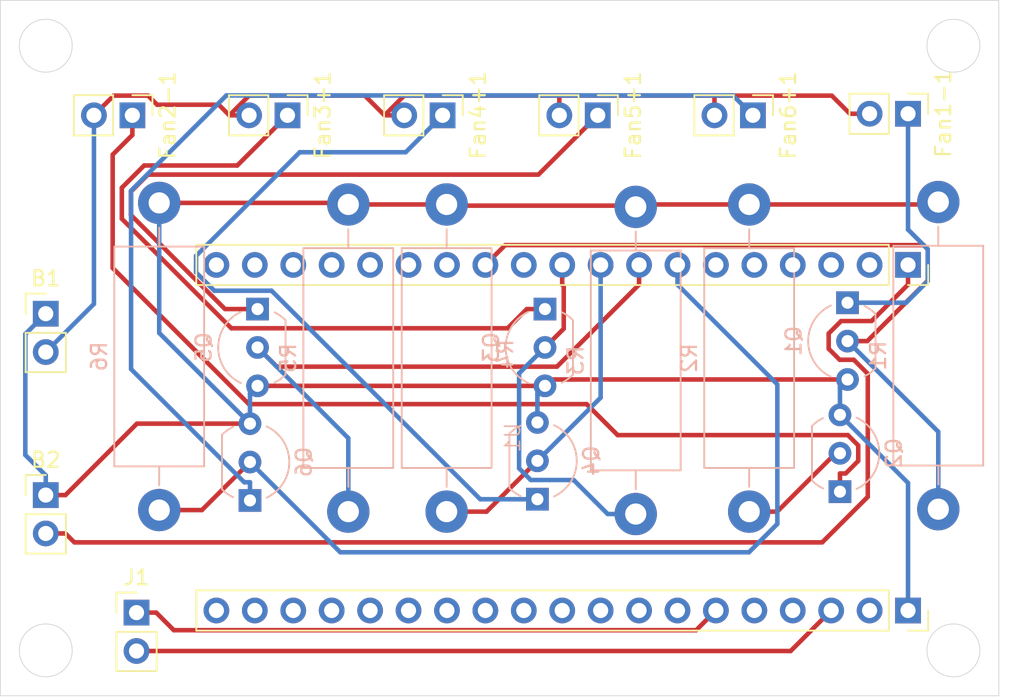
<source format=kicad_pcb>
(kicad_pcb (version 20241229) (generator "pcbnew") (generator_version "9.0")
  (layers (0 "F.Cu" signal) (2 "B.Cu" signal) (13 "F.Paste" user) (15 "B.Paste" user) (5 "F.SilkS" user "F.Silkscreen") (7 "B.SilkS" user "B.Silkscreen") (1 "F.Mask" user) (3 "B.Mask" user) (25 "Edge.Cuts" user))
  (net 0 "")
  (net 1 "+15V")
  (net 2 "GND")
  (net 3 "Fan1")
  (net 4 "Fan2")
  (net 5 "Fan3")
  (net 6 "Fan4")
  (net 7 "Fan5")
  (net 8 "Fan6")
  (net 9 "Net-(Fan1-1-Pin_1)")
  (net 10 "Net-(Fan2-1-Pin_1)")
  (net 11 "Net-(Fan3+1-Pin_1)")
  (net 12 "Net-(Fan4+1-Pin_1)")
  (net 13 "Net-(Fan5+1-Pin_1)")
  (net 14 "Net-(Fan6+1-Pin_1)")
  (net 15 "+3.3V")
  (net 16 "Net-(J1-Pin_2)")
  (net 17 "Net-(J1-Pin_1)")
  (footprint "Connector_PinHeader_2.54mm:PinHeader_1x02_P2.54mm_Vertical" (layer "F.Cu") (at 164 67.225)
    (property "Reference" "B1" (at 0 -2.33 0) (layer "F.SilkS"))
    (property "Value" "4S")
    (fp_line (start -1.33 -1.33) (end 0 -1.33) (stroke (width 0.12)) (layer "F.SilkS"))
    (fp_line (start -1.33 0) (end -1.33 -1.33) (stroke (width 0.12)) (layer "F.SilkS"))
    (fp_line (start -1.33 1.27) (end -1.33 3.87) (stroke (width 0.12)) (layer "F.SilkS"))
    (fp_line (start -1.33 1.27) (end 1.33 1.27) (stroke (width 0.12)) (layer "F.SilkS"))
    (fp_line (start -1.33 3.87) (end 1.33 3.87) (stroke (width 0.12)) (layer "F.SilkS"))
    (fp_line (start 1.33 1.27) (end 1.33 3.87) (stroke (width 0.12)) (layer "F.SilkS"))
    (pad "1" thru_hole rect (at 0 0) (size 1.7 1.7) (drill 1) (layers "*.Cu" "*.Mask") (net 2 "GND"))
    (pad "2" thru_hole oval (at 0 2.54) (size 1.7 1.7) (drill 1) (layers "*.Cu" "*.Mask") (net 1 "+15V"))
  )
  (footprint "custom:ESP32" (layer "F.Cu") (at 221 75.43 -90)
    (property "Reference" "U1" (at 0 26.14 90) (layer "B.SilkS") (effects (font (thickness 0.1)) (justify mirror)))
    (property "Value" "ESP32")
    (fp_line (start -12.76 47.05) (end -10.1 47.05) (stroke (width 0.12)) (layer "F.SilkS"))
    (fp_line (start 10.1 47.05) (end 12.76 47.05) (stroke (width 0.12)) (layer "F.SilkS"))
    (fp_line (start -12.76 1.27) (end -12.76 47.05) (stroke (width 0.12)) (layer "F.SilkS"))
    (fp_line (start -12.76 1.27) (end -10.1 1.27) (stroke (width 0.12)) (layer "F.SilkS"))
    (fp_line (start -10.1 1.27) (end -10.1 47.05) (stroke (width 0.12)) (layer "F.SilkS"))
    (fp_line (start 10.1 1.27) (end 10.1 47.05) (stroke (width 0.12)) (layer "F.SilkS"))
    (fp_line (start 10.1 1.27) (end 12.76 1.27) (stroke (width 0.12)) (layer "F.SilkS"))
    (fp_line (start 12.76 1.27) (end 12.76 47.05) (stroke (width 0.12)) (layer "F.SilkS"))
    (fp_line (start -11.43 -1.33) (end -10.1 -1.33) (stroke (width 0.12)) (layer "F.SilkS"))
    (fp_line (start -10.1 -1.33) (end -10.1 0) (stroke (width 0.12)) (layer "F.SilkS"))
    (fp_line (start 11.43 -1.33) (end 12.76 -1.33) (stroke (width 0.12)) (layer "F.SilkS"))
    (fp_line (start 12.76 -1.33) (end 12.76 0) (stroke (width 0.12)) (layer "F.SilkS"))
    (pad "1" thru_hole rect (at -11.43 0 270) (size 1.7 1.7) (drill 1) (layers "*.Cu" "*.Mask") (net 15 "+3.3V"))
    (pad "2" thru_hole oval (at -11.43 2.54 270) (size 1.7 1.7) (drill 1) (layers "*.Cu" "*.Mask"))
    (pad "3" thru_hole oval (at -11.43 5.08 270) (size 1.7 1.7) (drill 1) (layers "*.Cu" "*.Mask"))
    (pad "4" thru_hole oval (at -11.43 7.62 270) (size 1.7 1.7) (drill 1) (layers "*.Cu" "*.Mask"))
    (pad "5" thru_hole oval (at -11.43 10.16 270) (size 1.7 1.7) (drill 1) (layers "*.Cu" "*.Mask"))
    (pad "6" thru_hole oval (at -11.43 12.7 270) (size 1.7 1.7) (drill 1) (layers "*.Cu" "*.Mask"))
    (pad "7" thru_hole oval (at -11.43 15.24 270) (size 1.7 1.7) (drill 1) (layers "*.Cu" "*.Mask") (net 8 "Fan6"))
    (pad "8" thru_hole oval (at -11.43 17.78 270) (size 1.7 1.7) (drill 1) (layers "*.Cu" "*.Mask") (net 7 "Fan5"))
    (pad "9" thru_hole oval (at -11.43 20.32 270) (size 1.7 1.7) (drill 1) (layers "*.Cu" "*.Mask") (net 6 "Fan4"))
    (pad "10" thru_hole oval (at -11.43 22.86 270) (size 1.7 1.7) (drill 1) (layers "*.Cu" "*.Mask") (net 5 "Fan3"))
    (pad "11" thru_hole oval (at -11.43 25.4 270) (size 1.7 1.7) (drill 1) (layers "*.Cu" "*.Mask") (net 4 "Fan2"))
    (pad "12" thru_hole oval (at -11.43 27.94 270) (size 1.7 1.7) (drill 1) (layers "*.Cu" "*.Mask") (net 3 "Fan1"))
    (pad "13" thru_hole oval (at -11.43 30.48 270) (size 1.7 1.7) (drill 1) (layers "*.Cu" "*.Mask"))
    (pad "14" thru_hole oval (at -11.43 33.02 270) (size 1.7 1.7) (drill 1) (layers "*.Cu" "*.Mask"))
    (pad "15" thru_hole oval (at -11.43 35.56 270) (size 1.7 1.7) (drill 1) (layers "*.Cu" "*.Mask"))
    (pad "16" thru_hole oval (at -11.43 38.1 270) (size 1.7 1.7) (drill 1) (layers "*.Cu" "*.Mask"))
    (pad "17" thru_hole oval (at -11.43 40.64 270) (size 1.7 1.7) (drill 1) (layers "*.Cu" "*.Mask"))
    (pad "18" thru_hole oval (at -11.43 43.18 270) (size 1.7 1.7) (drill 1) (layers "*.Cu" "*.Mask"))
    (pad "19" thru_hole oval (at -11.43 45.72 270) (size 1.7 1.7) (drill 1) (layers "*.Cu" "*.Mask"))
    (pad "20" thru_hole rect (at 11.43 0 270) (size 1.7 1.7) (drill 1) (layers "*.Cu" "*.Mask") (net 2 "GND"))
    (pad "21" thru_hole oval (at 11.43 2.54 270) (size 1.7 1.7) (drill 1) (layers "*.Cu" "*.Mask"))
    (pad "22" thru_hole oval (at 11.43 5.08 270) (size 1.7 1.7) (drill 1) (layers "*.Cu" "*.Mask") (net 16 "Net-(J1-Pin_2)"))
    (pad "23" thru_hole oval (at 11.43 7.62 270) (size 1.7 1.7) (drill 1) (layers "*.Cu" "*.Mask"))
    (pad "24" thru_hole oval (at 11.43 10.16 270) (size 1.7 1.7) (drill 1) (layers "*.Cu" "*.Mask"))
    (pad "25" thru_hole oval (at 11.43 12.7 270) (size 1.7 1.7) (drill 1) (layers "*.Cu" "*.Mask") (net 17 "Net-(J1-Pin_1)"))
    (pad "26" thru_hole oval (at 11.43 15.24 270) (size 1.7 1.7) (drill 1) (layers "*.Cu" "*.Mask"))
    (pad "27" thru_hole oval (at 11.43 17.78 270) (size 1.7 1.7) (drill 1) (layers "*.Cu" "*.Mask"))
    (pad "28" thru_hole oval (at 11.43 20.32 270) (size 1.7 1.7) (drill 1) (layers "*.Cu" "*.Mask"))
    (pad "29" thru_hole oval (at 11.43 22.86 270) (size 1.7 1.7) (drill 1) (layers "*.Cu" "*.Mask"))
    (pad "30" thru_hole oval (at 11.43 25.4 270) (size 1.7 1.7) (drill 1) (layers "*.Cu" "*.Mask"))
    (pad "31" thru_hole oval (at 11.43 27.94 270) (size 1.7 1.7) (drill 1) (layers "*.Cu" "*.Mask"))
    (pad "32" thru_hole oval (at 11.43 30.48 270) (size 1.7 1.7) (drill 1) (layers "*.Cu" "*.Mask"))
    (pad "33" thru_hole oval (at 11.43 33.02 270) (size 1.7 1.7) (drill 1) (layers "*.Cu" "*.Mask"))
    (pad "34" thru_hole oval (at 11.43 35.56 270) (size 1.7 1.7) (drill 1) (layers "*.Cu" "*.Mask"))
    (pad "35" thru_hole oval (at 11.43 38.1 270) (size 1.7 1.7) (drill 1) (layers "*.Cu" "*.Mask"))
    (pad "36" thru_hole oval (at 11.43 40.64 270) (size 1.7 1.7) (drill 1) (layers "*.Cu" "*.Mask"))
    (pad "37" thru_hole oval (at 11.43 43.18 270) (size 1.7 1.7) (drill 1) (layers "*.Cu" "*.Mask"))
    (pad "38" thru_hole oval (at 11.43 45.72 270) (size 1.7 1.7) (drill 1) (layers "*.Cu" "*.Mask"))
  )
  (footprint "Connector_PinHeader_2.54mm:PinHeader_1x02_P2.54mm_Vertical" (layer "F.Cu") (at 200.49 54.1033 -90)
    (property "Reference" "Fan5+1" (at 0 -2.33 90) (layer "F.SilkS"))
    (property "Value" "Fan5-")
    (fp_line (start -1.33 3.87) (end 1.33 3.87) (stroke (width 0.12)) (layer "F.SilkS"))
    (fp_line (start -1.33 1.27) (end -1.33 3.87) (stroke (width 0.12)) (layer "F.SilkS"))
    (fp_line (start -1.33 1.27) (end 1.33 1.27) (stroke (width 0.12)) (layer "F.SilkS"))
    (fp_line (start 1.33 1.27) (end 1.33 3.87) (stroke (width 0.12)) (layer "F.SilkS"))
    (fp_line (start -1.33 0) (end -1.33 -1.33) (stroke (width 0.12)) (layer "F.SilkS"))
    (fp_line (start -1.33 -1.33) (end 0 -1.33) (stroke (width 0.12)) (layer "F.SilkS"))
    (pad "1" thru_hole rect (at 0 0 270) (size 1.7 1.7) (drill 1) (layers "*.Cu" "*.Mask") (net 13 "Net-(Fan5+1-Pin_1)"))
    (pad "2" thru_hole oval (at 0 2.54 270) (size 1.7 1.7) (drill 1) (layers "*.Cu" "*.Mask") (net 1 "+15V"))
  )
  (footprint "Connector_PinHeader_2.54mm:PinHeader_1x02_P2.54mm_Vertical" (layer "F.Cu") (at 190.235 54.1033 -90)
    (property "Reference" "Fan4+1" (at 0 -2.33 90) (layer "F.SilkS"))
    (property "Value" "Fan4-")
    (fp_line (start -1.33 3.87) (end 1.33 3.87) (stroke (width 0.12)) (layer "F.SilkS"))
    (fp_line (start -1.33 1.27) (end -1.33 3.87) (stroke (width 0.12)) (layer "F.SilkS"))
    (fp_line (start -1.33 1.27) (end 1.33 1.27) (stroke (width 0.12)) (layer "F.SilkS"))
    (fp_line (start 1.33 1.27) (end 1.33 3.87) (stroke (width 0.12)) (layer "F.SilkS"))
    (fp_line (start -1.33 0) (end -1.33 -1.33) (stroke (width 0.12)) (layer "F.SilkS"))
    (fp_line (start -1.33 -1.33) (end 0 -1.33) (stroke (width 0.12)) (layer "F.SilkS"))
    (pad "1" thru_hole rect (at 0 0 270) (size 1.7 1.7) (drill 1) (layers "*.Cu" "*.Mask") (net 12 "Net-(Fan4+1-Pin_1)"))
    (pad "2" thru_hole oval (at 0 2.54 270) (size 1.7 1.7) (drill 1) (layers "*.Cu" "*.Mask") (net 1 "+15V"))
  )
  (footprint "Connector_PinHeader_2.54mm:PinHeader_1x02_P2.54mm_Vertical" (layer "F.Cu") (at 179.98 54.1033 -90)
    (property "Reference" "Fan3+1" (at 0 -2.33 90) (layer "F.SilkS"))
    (property "Value" "Fan3-")
    (fp_line (start -1.33 3.87) (end 1.33 3.87) (stroke (width 0.12)) (layer "F.SilkS"))
    (fp_line (start -1.33 1.27) (end -1.33 3.87) (stroke (width 0.12)) (layer "F.SilkS"))
    (fp_line (start -1.33 1.27) (end 1.33 1.27) (stroke (width 0.12)) (layer "F.SilkS"))
    (fp_line (start 1.33 1.27) (end 1.33 3.87) (stroke (width 0.12)) (layer "F.SilkS"))
    (fp_line (start -1.33 0) (end -1.33 -1.33) (stroke (width 0.12)) (layer "F.SilkS"))
    (fp_line (start -1.33 -1.33) (end 0 -1.33) (stroke (width 0.12)) (layer "F.SilkS"))
    (pad "1" thru_hole rect (at 0 0 270) (size 1.7 1.7) (drill 1) (layers "*.Cu" "*.Mask") (net 11 "Net-(Fan3+1-Pin_1)"))
    (pad "2" thru_hole oval (at 0 2.54 270) (size 1.7 1.7) (drill 1) (layers "*.Cu" "*.Mask") (net 1 "+15V"))
  )
  (footprint "Connector_PinHeader_2.54mm:PinHeader_1x02_P2.54mm_Vertical" (layer "F.Cu") (at 169.725 54.1033 -90)
    (property "Reference" "Fan2-1" (at 0 -2.33 90) (layer "F.SilkS"))
    (property "Value" "Fan2+")
    (fp_line (start -1.33 3.87) (end 1.33 3.87) (stroke (width 0.12)) (layer "F.SilkS"))
    (fp_line (start -1.33 1.27) (end -1.33 3.87) (stroke (width 0.12)) (layer "F.SilkS"))
    (fp_line (start -1.33 1.27) (end 1.33 1.27) (stroke (width 0.12)) (layer "F.SilkS"))
    (fp_line (start 1.33 1.27) (end 1.33 3.87) (stroke (width 0.12)) (layer "F.SilkS"))
    (fp_line (start -1.33 0) (end -1.33 -1.33) (stroke (width 0.12)) (layer "F.SilkS"))
    (fp_line (start -1.33 -1.33) (end 0 -1.33) (stroke (width 0.12)) (layer "F.SilkS"))
    (pad "1" thru_hole rect (at 0 0 270) (size 1.7 1.7) (drill 1) (layers "*.Cu" "*.Mask") (net 10 "Net-(Fan2-1-Pin_1)"))
    (pad "2" thru_hole oval (at 0 2.54 270) (size 1.7 1.7) (drill 1) (layers "*.Cu" "*.Mask") (net 1 "+15V"))
  )
  (footprint "Connector_PinHeader_2.54mm:PinHeader_1x02_P2.54mm_Vertical" (layer "F.Cu") (at 170 87)
    (property "Reference" "J1" (at 0 -2.33 0) (layer "F.SilkS"))
    (property "Value" "UART")
    (fp_line (start -1.33 -1.33) (end 0 -1.33) (stroke (width 0.12)) (layer "F.SilkS"))
    (fp_line (start -1.33 0) (end -1.33 -1.33) (stroke (width 0.12)) (layer "F.SilkS"))
    (fp_line (start -1.33 1.27) (end -1.33 3.87) (stroke (width 0.12)) (layer "F.SilkS"))
    (fp_line (start -1.33 1.27) (end 1.33 1.27) (stroke (width 0.12)) (layer "F.SilkS"))
    (fp_line (start -1.33 3.87) (end 1.33 3.87) (stroke (width 0.12)) (layer "F.SilkS"))
    (fp_line (start 1.33 1.27) (end 1.33 3.87) (stroke (width 0.12)) (layer "F.SilkS"))
    (pad "1" thru_hole rect (at 0 0) (size 1.7 1.7) (drill 1) (layers "*.Cu" "*.Mask") (net 17 "Net-(J1-Pin_1)"))
    (pad "2" thru_hole oval (at 0 2.54) (size 1.7 1.7) (drill 1) (layers "*.Cu" "*.Mask") (net 16 "Net-(J1-Pin_2)"))
  )
  (footprint "Connector_PinHeader_2.54mm:PinHeader_1x02_P2.54mm_Vertical" (layer "F.Cu") (at 210.745 54.1033 -90)
    (property "Reference" "Fan6+1" (at 0 -2.33 90) (layer "F.SilkS"))
    (property "Value" "Fan6-")
    (fp_line (start -1.33 3.87) (end 1.33 3.87) (stroke (width 0.12)) (layer "F.SilkS"))
    (fp_line (start -1.33 1.27) (end -1.33 3.87) (stroke (width 0.12)) (layer "F.SilkS"))
    (fp_line (start -1.33 1.27) (end 1.33 1.27) (stroke (width 0.12)) (layer "F.SilkS"))
    (fp_line (start 1.33 1.27) (end 1.33 3.87) (stroke (width 0.12)) (layer "F.SilkS"))
    (fp_line (start -1.33 0) (end -1.33 -1.33) (stroke (width 0.12)) (layer "F.SilkS"))
    (fp_line (start -1.33 -1.33) (end 0 -1.33) (stroke (width 0.12)) (layer "F.SilkS"))
    (pad "1" thru_hole rect (at 0 0 270) (size 1.7 1.7) (drill 1) (layers "*.Cu" "*.Mask") (net 14 "Net-(Fan6+1-Pin_1)"))
    (pad "2" thru_hole oval (at 0 2.54 270) (size 1.7 1.7) (drill 1) (layers "*.Cu" "*.Mask") (net 1 "+15V"))
  )
  (footprint "Connector_PinHeader_2.54mm:PinHeader_1x02_P2.54mm_Vertical" (layer "F.Cu") (at 221 54 -90)
    (property "Reference" "Fan1-1" (at 0 -2.33 90) (layer "F.SilkS"))
    (property "Value" "Fan1+")
    (fp_line (start -1.33 3.87) (end 1.33 3.87) (stroke (width 0.12)) (layer "F.SilkS"))
    (fp_line (start -1.33 1.27) (end -1.33 3.87) (stroke (width 0.12)) (layer "F.SilkS"))
    (fp_line (start -1.33 1.27) (end 1.33 1.27) (stroke (width 0.12)) (layer "F.SilkS"))
    (fp_line (start 1.33 1.27) (end 1.33 3.87) (stroke (width 0.12)) (layer "F.SilkS"))
    (fp_line (start -1.33 0) (end -1.33 -1.33) (stroke (width 0.12)) (layer "F.SilkS"))
    (fp_line (start -1.33 -1.33) (end 0 -1.33) (stroke (width 0.12)) (layer "F.SilkS"))
    (pad "1" thru_hole rect (at 0 0 270) (size 1.7 1.7) (drill 1) (layers "*.Cu" "*.Mask") (net 9 "Net-(Fan1-1-Pin_1)"))
    (pad "2" thru_hole oval (at 0 2.54 270) (size 1.7 1.7) (drill 1) (layers "*.Cu" "*.Mask") (net 1 "+15V"))
  )
  (footprint "Connector_PinHeader_2.54mm:PinHeader_1x02_P2.54mm_Vertical" (layer "F.Cu") (at 164 79.225)
    (property "Reference" "B2" (at 0 -2.33 0) (layer "F.SilkS"))
    (property "Value" "3V3")
    (fp_line (start -1.33 -1.33) (end 0 -1.33) (stroke (width 0.12)) (layer "F.SilkS"))
    (fp_line (start -1.33 0) (end -1.33 -1.33) (stroke (width 0.12)) (layer "F.SilkS"))
    (fp_line (start -1.33 1.27) (end -1.33 3.87) (stroke (width 0.12)) (layer "F.SilkS"))
    (fp_line (start -1.33 1.27) (end 1.33 1.27) (stroke (width 0.12)) (layer "F.SilkS"))
    (fp_line (start -1.33 3.87) (end 1.33 3.87) (stroke (width 0.12)) (layer "F.SilkS"))
    (fp_line (start 1.33 1.27) (end 1.33 3.87) (stroke (width 0.12)) (layer "F.SilkS"))
    (pad "1" thru_hole rect (at 0 0) (size 1.7 1.7) (drill 1) (layers "*.Cu" "*.Mask") (net 2 "GND"))
    (pad "2" thru_hole oval (at 0 2.54) (size 1.7 1.7) (drill 1) (layers "*.Cu" "*.Mask") (net 15 "+3.3V"))
  )
  (footprint "Package_TO_SOT_THT:TO-92_Inline_Wide" (layer "B.Cu") (at 177.5 79.58 90)
    (property "Reference" "Q6" (at 2.54 3.56 90) (layer "B.SilkS") (effects (justify mirror)))
    (property "Value" "BS170")
    (fp_line (start 0.74 -1.85) (end 4.34 -1.85) (stroke (width 0.12)) (layer "B.SilkS"))
    (fp_arc (start 4.34 -1.85) (mid 4.633903 -1.509328) (end 4.864184 -1.122795) (stroke (width 0.12)) (layer "B.SilkS"))
    (fp_arc (start 0.215816 -1.122795) (mid 0.446097 -1.509328) (end 0.74 -1.85) (stroke (width 0.12)) (layer "B.SilkS"))
    (fp_arc (start 4.8964 1.098807) (mid 3.936979 2.192817) (end 2.54 2.6) (stroke (width 0.12)) (layer "B.SilkS"))
    (fp_arc (start 2.54 2.6) (mid 1.143021 2.192818) (end 0.1836 1.098807) (stroke (width 0.12)) (layer "B.SilkS"))
    (pad "1" thru_hole rect (at 0 0 90) (size 1.5 1.5) (drill 0.8) (layers "*.Cu" "*.Mask") (net 14 "Net-(Fan6+1-Pin_1)"))
    (pad "2" thru_hole circle (at 2.54 0 90) (size 1.5 1.5) (drill 0.8) (layers "*.Cu" "*.Mask") (net 8 "Fan6"))
    (pad "3" thru_hole circle (at 5.08 0 90) (size 1.5 1.5) (drill 0.8) (layers "*.Cu" "*.Mask") (net 2 "GND"))
  )
  (footprint "Package_TO_SOT_THT:TO-92_Inline_Wide" (layer "B.Cu") (at 217 66.5 -90)
    (property "Reference" "Q1" (at 2.54 3.56 90) (layer "B.SilkS") (effects (justify mirror)))
    (property "Value" "BS170")
    (fp_line (start 0.74 -1.85) (end 4.34 -1.85) (stroke (width 0.12)) (layer "B.SilkS"))
    (fp_arc (start 2.54 2.6) (mid 1.143021 2.192818) (end 0.1836 1.098807) (stroke (width 0.12)) (layer "B.SilkS"))
    (fp_arc (start 4.8964 1.098807) (mid 3.936979 2.192817) (end 2.54 2.6) (stroke (width 0.12)) (layer "B.SilkS"))
    (fp_arc (start 0.215816 -1.122795) (mid 0.446097 -1.509328) (end 0.74 -1.85) (stroke (width 0.12)) (layer "B.SilkS"))
    (fp_arc (start 4.34 -1.85) (mid 4.633903 -1.509328) (end 4.864184 -1.122795) (stroke (width 0.12)) (layer "B.SilkS"))
    (pad "1" thru_hole rect (at 0 0 270) (size 1.5 1.5) (drill 0.8) (layers "*.Cu" "*.Mask") (net 9 "Net-(Fan1-1-Pin_1)"))
    (pad "2" thru_hole circle (at 2.54 0 270) (size 1.5 1.5) (drill 0.8) (layers "*.Cu" "*.Mask") (net 3 "Fan1"))
    (pad "3" thru_hole circle (at 5.08 0 270) (size 1.5 1.5) (drill 0.8) (layers "*.Cu" "*.Mask") (net 2 "GND"))
  )
  (footprint "Resistor_THT:R_Axial_DIN0614_L14.3mm_D5.7mm_P20.32mm_Horizontal" (layer "B.Cu") (at 184 60 -90)
    (property "Reference" "R5" (at 10.16 3.97 90) (layer "B.SilkS") (effects (justify mirror)))
    (property "Value" "10k")
    (fp_line (start 2.89 2.97) (end 2.89 -2.97) (stroke (width 0.12)) (layer "B.SilkS"))
    (fp_line (start 17.43 2.97) (end 2.89 2.97) (stroke (width 0.12)) (layer "B.SilkS"))
    (fp_line (start 1.64 0) (end 2.89 0) (stroke (width 0.12)) (layer "B.SilkS"))
    (fp_line (start 18.68 0) (end 17.43 0) (stroke (width 0.12)) (layer "B.SilkS"))
    (fp_line (start 2.89 -2.97) (end 17.43 -2.97) (stroke (width 0.12)) (layer "B.SilkS"))
    (fp_line (start 17.43 -2.97) (end 17.43 2.97) (stroke (width 0.12)) (layer "B.SilkS"))
    (pad "1" thru_hole circle (at 0 0 270) (size 2.8 2.8) (drill 1.4) (layers "*.Cu" "*.Mask") (net 2 "GND"))
    (pad "2" thru_hole oval (at 20.32 0 270) (size 2.8 2.8) (drill 1.4) (layers "*.Cu" "*.Mask") (net 7 "Fan5"))
  )
  (footprint "Resistor_THT:R_Axial_DIN0614_L14.3mm_D5.7mm_P20.32mm_Horizontal" (layer "B.Cu") (at 171.5 59.8967 -90)
    (property "Reference" "R6" (at 10.16 3.97 90) (layer "B.SilkS") (effects (justify mirror)))
    (property "Value" "10k")
    (fp_line (start 2.89 2.97) (end 2.89 -2.97) (stroke (width 0.12)) (layer "B.SilkS"))
    (fp_line (start 17.43 2.97) (end 2.89 2.97) (stroke (width 0.12)) (layer "B.SilkS"))
    (fp_line (start 1.64 0) (end 2.89 0) (stroke (width 0.12)) (layer "B.SilkS"))
    (fp_line (start 18.68 0) (end 17.43 0) (stroke (width 0.12)) (layer "B.SilkS"))
    (fp_line (start 2.89 -2.97) (end 17.43 -2.97) (stroke (width 0.12)) (layer "B.SilkS"))
    (fp_line (start 17.43 -2.97) (end 17.43 2.97) (stroke (width 0.12)) (layer "B.SilkS"))
    (pad "1" thru_hole circle (at 0 0 270) (size 2.8 2.8) (drill 1.4) (layers "*.Cu" "*.Mask") (net 2 "GND"))
    (pad "2" thru_hole oval (at 20.32 0 270) (size 2.8 2.8) (drill 1.4) (layers "*.Cu" "*.Mask") (net 8 "Fan6"))
  )
  (footprint "Package_TO_SOT_THT:TO-92_Inline_Wide" (layer "B.Cu") (at 178 66.92 -90)
    (property "Reference" "Q5" (at 2.54 3.56 90) (layer "B.SilkS") (effects (justify mirror)))
    (property "Value" "BS170")
    (fp_line (start 0.74 -1.85) (end 4.34 -1.85) (stroke (width 0.12)) (layer "B.SilkS"))
    (fp_arc (start 2.54 2.6) (mid 1.143021 2.192818) (end 0.1836 1.098807) (stroke (width 0.12)) (layer "B.SilkS"))
    (fp_arc (start 4.8964 1.098807) (mid 3.936979 2.192817) (end 2.54 2.6) (stroke (width 0.12)) (layer "B.SilkS"))
    (fp_arc (start 0.215816 -1.122795) (mid 0.446097 -1.509328) (end 0.74 -1.85) (stroke (width 0.12)) (layer "B.SilkS"))
    (fp_arc (start 4.34 -1.85) (mid 4.633903 -1.509328) (end 4.864184 -1.122795) (stroke (width 0.12)) (layer "B.SilkS"))
    (pad "1" thru_hole rect (at 0 0 270) (size 1.5 1.5) (drill 0.8) (layers "*.Cu" "*.Mask") (net 13 "Net-(Fan5+1-Pin_1)"))
    (pad "2" thru_hole circle (at 2.54 0 270) (size 1.5 1.5) (drill 0.8) (layers "*.Cu" "*.Mask") (net 7 "Fan5"))
    (pad "3" thru_hole circle (at 5.08 0 270) (size 1.5 1.5) (drill 0.8) (layers "*.Cu" "*.Mask") (net 2 "GND"))
  )
  (footprint "Resistor_THT:R_Axial_DIN0614_L14.3mm_D5.7mm_P20.32mm_Horizontal" (layer "B.Cu") (at 223 59.84 -90)
    (property "Reference" "R1" (at 10.16 3.97 90) (layer "B.SilkS") (effects (justify mirror)))
    (property "Value" "10k")
    (fp_line (start 2.89 2.97) (end 2.89 -2.97) (stroke (width 0.12)) (layer "B.SilkS"))
    (fp_line (start 17.43 2.97) (end 2.89 2.97) (stroke (width 0.12)) (layer "B.SilkS"))
    (fp_line (start 1.64 0) (end 2.89 0) (stroke (width 0.12)) (layer "B.SilkS"))
    (fp_line (start 18.68 0) (end 17.43 0) (stroke (width 0.12)) (layer "B.SilkS"))
    (fp_line (start 2.89 -2.97) (end 17.43 -2.97) (stroke (width 0.12)) (layer "B.SilkS"))
    (fp_line (start 17.43 -2.97) (end 17.43 2.97) (stroke (width 0.12)) (layer "B.SilkS"))
    (pad "1" thru_hole circle (at 0 0 270) (size 2.8 2.8) (drill 1.4) (layers "*.Cu" "*.Mask") (net 2 "GND"))
    (pad "2" thru_hole oval (at 20.32 0 270) (size 2.8 2.8) (drill 1.4) (layers "*.Cu" "*.Mask") (net 3 "Fan1"))
  )
  (footprint "Resistor_THT:R_Axial_DIN0614_L14.3mm_D5.7mm_P20.32mm_Horizontal" (layer "B.Cu") (at 203 60.16 -90)
    (property "Reference" "R3" (at 10.16 3.97 90) (layer "B.SilkS") (effects (justify mirror)))
    (property "Value" "10k")
    (fp_line (start 2.89 2.97) (end 2.89 -2.97) (stroke (width 0.12)) (layer "B.SilkS"))
    (fp_line (start 17.43 2.97) (end 2.89 2.97) (stroke (width 0.12)) (layer "B.SilkS"))
    (fp_line (start 1.64 0) (end 2.89 0) (stroke (width 0.12)) (layer "B.SilkS"))
    (fp_line (start 18.68 0) (end 17.43 0) (stroke (width 0.12)) (layer "B.SilkS"))
    (fp_line (start 2.89 -2.97) (end 17.43 -2.97) (stroke (width 0.12)) (layer "B.SilkS"))
    (fp_line (start 17.43 -2.97) (end 17.43 2.97) (stroke (width 0.12)) (layer "B.SilkS"))
    (pad "1" thru_hole circle (at 0 0 270) (size 2.8 2.8) (drill 1.4) (layers "*.Cu" "*.Mask") (net 2 "GND"))
    (pad "2" thru_hole oval (at 20.32 0 270) (size 2.8 2.8) (drill 1.4) (layers "*.Cu" "*.Mask") (net 5 "Fan3"))
  )
  (footprint "Package_TO_SOT_THT:TO-92_Inline_Wide" (layer "B.Cu") (at 196.5 79.5 90)
    (property "Reference" "Q4" (at 2.54 3.56 90) (layer "B.SilkS") (effects (justify mirror)))
    (property "Value" "BS170")
    (fp_line (start 0.74 -1.85) (end 4.34 -1.85) (stroke (width 0.12)) (layer "B.SilkS"))
    (fp_arc (start 4.34 -1.85) (mid 4.633903 -1.509328) (end 4.864184 -1.122795) (stroke (width 0.12)) (layer "B.SilkS"))
    (fp_arc (start 0.215816 -1.122795) (mid 0.446097 -1.509328) (end 0.74 -1.85) (stroke (width 0.12)) (layer "B.SilkS"))
    (fp_arc (start 4.8964 1.098807) (mid 3.936979 2.192817) (end 2.54 2.6) (stroke (width 0.12)) (layer "B.SilkS"))
    (fp_arc (start 2.54 2.6) (mid 1.143021 2.192818) (end 0.1836 1.098807) (stroke (width 0.12)) (layer "B.SilkS"))
    (pad "1" thru_hole rect (at 0 0 90) (size 1.5 1.5) (drill 0.8) (layers "*.Cu" "*.Mask") (net 12 "Net-(Fan4+1-Pin_1)"))
    (pad "2" thru_hole circle (at 2.54 0 90) (size 1.5 1.5) (drill 0.8) (layers "*.Cu" "*.Mask") (net 6 "Fan4"))
    (pad "3" thru_hole circle (at 5.08 0 90) (size 1.5 1.5) (drill 0.8) (layers "*.Cu" "*.Mask") (net 2 "GND"))
  )
  (footprint "Package_TO_SOT_THT:TO-92_Inline_Wide" (layer "B.Cu") (at 197 66.92 -90)
    (property "Reference" "Q3" (at 2.54 3.56 90) (layer "B.SilkS") (effects (justify mirror)))
    (property "Value" "BS170")
    (fp_line (start 0.74 -1.85) (end 4.34 -1.85) (stroke (width 0.12)) (layer "B.SilkS"))
    (fp_arc (start 2.54 2.6) (mid 1.143021 2.192818) (end 0.1836 1.098807) (stroke (width 0.12)) (layer "B.SilkS"))
    (fp_arc (start 4.8964 1.098807) (mid 3.936979 2.192817) (end 2.54 2.6) (stroke (width 0.12)) (layer "B.SilkS"))
    (fp_arc (start 0.215816 -1.122795) (mid 0.446097 -1.509328) (end 0.74 -1.85) (stroke (width 0.12)) (layer "B.SilkS"))
    (fp_arc (start 4.34 -1.85) (mid 4.633903 -1.509328) (end 4.864184 -1.122795) (stroke (width 0.12)) (layer "B.SilkS"))
    (pad "1" thru_hole rect (at 0 0 270) (size 1.5 1.5) (drill 0.8) (layers "*.Cu" "*.Mask") (net 11 "Net-(Fan3+1-Pin_1)"))
    (pad "2" thru_hole circle (at 2.54 0 270) (size 1.5 1.5) (drill 0.8) (layers "*.Cu" "*.Mask") (net 5 "Fan3"))
    (pad "3" thru_hole circle (at 5.08 0 270) (size 1.5 1.5) (drill 0.8) (layers "*.Cu" "*.Mask") (net 2 "GND"))
  )
  (footprint "Resistor_THT:R_Axial_DIN0614_L14.3mm_D5.7mm_P20.32mm_Horizontal" (layer "B.Cu") (at 190.5 60 -90)
    (property "Reference" "R4" (at 9.896726 -3.885 90) (layer "B.SilkS") (effects (justify mirror)))
    (property "Value" "10k")
    (fp_line (start 2.89 2.97) (end 2.89 -2.97) (stroke (width 0.12)) (layer "B.SilkS"))
    (fp_line (start 17.43 2.97) (end 2.89 2.97) (stroke (width 0.12)) (layer "B.SilkS"))
    (fp_line (start 1.64 0) (end 2.89 0) (stroke (width 0.12)) (layer "B.SilkS"))
    (fp_line (start 18.68 0) (end 17.43 0) (stroke (width 0.12)) (layer "B.SilkS"))
    (fp_line (start 2.89 -2.97) (end 17.43 -2.97) (stroke (width 0.12)) (layer "B.SilkS"))
    (fp_line (start 17.43 -2.97) (end 17.43 2.97) (stroke (width 0.12)) (layer "B.SilkS"))
    (pad "1" thru_hole circle (at 0 0 270) (size 2.8 2.8) (drill 1.4) (layers "*.Cu" "*.Mask") (net 2 "GND"))
    (pad "2" thru_hole oval (at 20.32 0 270) (size 2.8 2.8) (drill 1.4) (layers "*.Cu" "*.Mask") (net 6 "Fan4"))
  )
  (footprint "Package_TO_SOT_THT:TO-92_Inline_Wide" (layer "B.Cu") (at 216.5 79 90)
    (property "Reference" "Q2" (at 2.54 3.56 90) (layer "B.SilkS") (effects (justify mirror)))
    (property "Value" "BS170")
    (fp_line (start 0.74 -1.85) (end 4.34 -1.85) (stroke (width 0.12)) (layer "B.SilkS"))
    (fp_arc (start 4.34 -1.85) (mid 4.633903 -1.509328) (end 4.864184 -1.122795) (stroke (width 0.12)) (layer "B.SilkS"))
    (fp_arc (start 0.215816 -1.122795) (mid 0.446097 -1.509328) (end 0.74 -1.85) (stroke (width 0.12)) (layer "B.SilkS"))
    (fp_arc (start 4.8964 1.098807) (mid 3.936979 2.192817) (end 2.54 2.6) (stroke (width 0.12)) (layer "B.SilkS"))
    (fp_arc (start 2.54 2.6) (mid 1.143021 2.192818) (end 0.1836 1.098807) (stroke (width 0.12)) (layer "B.SilkS"))
    (pad "1" thru_hole rect (at 0 0 90) (size 1.5 1.5) (drill 0.8) (layers "*.Cu" "*.Mask") (net 10 "Net-(Fan2-1-Pin_1)"))
    (pad "2" thru_hole circle (at 2.54 0 90) (size 1.5 1.5) (drill 0.8) (layers "*.Cu" "*.Mask") (net 4 "Fan2"))
    (pad "3" thru_hole circle (at 5.08 0 90) (size 1.5 1.5) (drill 0.8) (layers "*.Cu" "*.Mask") (net 2 "GND"))
  )
  (footprint "Resistor_THT:R_Axial_DIN0614_L14.3mm_D5.7mm_P20.32mm_Horizontal" (layer "B.Cu") (at 210.5 60 -90)
    (property "Reference" "R2" (at 10.16 3.97 90) (layer "B.SilkS") (effects (justify mirror)))
    (property "Value" "10k")
    (fp_line (start 2.89 2.97) (end 2.89 -2.97) (stroke (width 0.12)) (layer "B.SilkS"))
    (fp_line (start 17.43 2.97) (end 2.89 2.97) (stroke (width 0.12)) (layer "B.SilkS"))
    (fp_line (start 1.64 0) (end 2.89 0) (stroke (width 0.12)) (layer "B.SilkS"))
    (fp_line (start 18.68 0) (end 17.43 0) (stroke (width 0.12)) (layer "B.SilkS"))
    (fp_line (start 2.89 -2.97) (end 17.43 -2.97) (stroke (width 0.12)) (layer "B.SilkS"))
    (fp_line (start 17.43 -2.97) (end 17.43 2.97) (stroke (width 0.12)) (layer "B.SilkS"))
    (pad "1" thru_hole circle (at 0 0 270) (size 2.8 2.8) (drill 1.4) (layers "*.Cu" "*.Mask") (net 2 "GND"))
    (pad "2" thru_hole oval (at 20.32 0 270) (size 2.8 2.8) (drill 1.4) (layers "*.Cu" "*.Mask") (net 4 "Fan2"))
  )
  (gr_circle (center 224 49.5) (end 225.75 49.5) (stroke (width 0.05)) (fill no) (layer "Edge.Cuts"))
  (gr_rect (start 161 46.5) (end 227 92.5) (stroke (width 0.05)) (fill no) (layer "Edge.Cuts"))
  (gr_circle (center 164 89.5) (end 165.75 89.5) (stroke (width 0.05)) (fill no) (layer "Edge.Cuts"))
  (gr_circle (center 224 89.5) (end 225.75 89.5) (stroke (width 0.05)) (fill no) (layer "Edge.Cuts"))
  (gr_circle (center 164 49.5) (end 165.75 49.5) (stroke (width 0.05)) (fill no) (layer "Edge.Cuts"))
  (segment (start 171.3639 53.4034) (end 171.3639 53.4035) (width 0.3) (layer "F.Cu") (net 1))
  (segment (start 177.44 54.1033) (end 176.1383 54.1033) (width 0.3) (layer "F.Cu") (net 1))
  (segment (start 218.46 54) (end 217.1583 54) (width 0.3) (layer "F.Cu") (net 1))
  (segment (start 177.44 52.8016) (end 185.0916 52.8016) (width 0.3) (layer "F.Cu") (net 1))
  (segment (start 168.4867 52.8016) (end 170.7621 52.8016) (width 0.3) (layer "F.Cu") (net 1))
  (segment (start 197.95 54.1033) (end 197.95 52.8016) (width 0.3) (layer "F.Cu") (net 1))
  (segment (start 167.185 54.1033) (end 168.4867 52.8016) (width 0.3) (layer "F.Cu") (net 1))
  (segment (start 185.0916 52.8016) (end 186.3933 54.1033) (width 0.3) (layer "F.Cu") (net 1))
  (segment (start 176.1383 54.1033) (end 177.44 52.8016) (width 0.3) (layer "F.Cu") (net 1))
  (segment (start 208.205 52.8016) (end 197.95 52.8016) (width 0.3) (layer "F.Cu") (net 1))
  (segment (start 217.1583 54) (end 215.9599 52.8016) (width 0.3) (layer "F.Cu") (net 1))
  (segment (start 187.695 54.1033) (end 186.3933 54.1033) (width 0.3) (layer "F.Cu") (net 1))
  (segment (start 197.95 52.8016) (end 187.695 52.8016) (width 0.3) (layer "F.Cu") (net 1))
  (segment (start 187.695 52.8016) (end 186.3933 54.1033) (width 0.3) (layer "F.Cu") (net 1))
  (segment (start 170.7621 52.8016) (end 171.3639 53.4034) (width 0.3) (layer "F.Cu") (net 1))
  (segment (start 175.4385 53.4035) (end 176.1383 54.1033) (width 0.3) (layer "F.Cu") (net 1))
  (segment (start 208.205 54.1033) (end 208.205 52.8016) (width 0.3) (layer "F.Cu") (net 1))
  (segment (start 171.3639 53.4035) (end 175.4385 53.4035) (width 0.3) (layer "F.Cu") (net 1))
  (segment (start 215.9599 52.8016) (end 208.205 52.8016) (width 0.3) (layer "F.Cu") (net 1))
  (segment (start 167.185 66.58) (end 167.185 54.1033) (width 0.3) (layer "B.Cu") (net 1))
  (segment (start 164 69.765) (end 167.185 66.58) (width 0.3) (layer "B.Cu") (net 1))
  (segment (start 171.5 59.8967) (end 183.8967 59.8967) (width 0.3) (layer "F.Cu") (net 2))
  (segment (start 203 60.08) (end 190.58 60.08) (width 0.3) (layer "F.Cu") (net 2))
  (segment (start 210.5 60) (end 222.84 60) (width 0.3) (layer "F.Cu") (net 2))
  (segment (start 190.5 60) (end 184 60) (width 0.3) (layer "F.Cu") (net 2))
  (segment (start 197 72) (end 178 72) (width 0.3) (layer "F.Cu") (net 2))
  (segment (start 197.42 71.58) (end 197 72) (width 0.3) (layer "F.Cu") (net 2))
  (segment (start 170.0267 74.5) (end 165.3017 79.225) (width 0.3) (layer "F.Cu") (net 2))
  (segment (start 203.08 60) (end 203 60.08) (width 0.3) (layer "F.Cu") (net 2))
  (segment (start 177.5 74.5) (end 170.0267 74.5) (width 0.3) (layer "F.Cu") (net 2))
  (segment (start 210.5 60) (end 203.08 60) (width 0.3) (layer "F.Cu") (net 2))
  (segment (start 222.84 60) (end 223 59.84) (width 0.3) (layer "F.Cu") (net 2))
  (segment (start 164 79.225) (end 165.3017 79.225) (width 0.3) (layer "F.Cu") (net 2))
  (segment (start 190.58 60.08) (end 190.5 60) (width 0.3) (layer "F.Cu") (net 2))
  (segment (start 183.8967 59.8967) (end 184 60) (width 0.3) (layer "F.Cu") (net 2))
  (segment (start 217 71.58) (end 197.42 71.58) (width 0.3) (layer "F.Cu") (net 2))
  (segment (start 203 60.16) (end 203 60.08) (width 0.3) (layer "F.Cu") (net 2))
  (segment (start 177.5 74.5) (end 171.5 68.5) (width 0.3) (layer "B.Cu") (net 2))
  (segment (start 177.5 72.5) (end 177.5 74.5) (width 0.3) (layer "B.Cu") (net 2))
  (segment (start 178 72) (end 177.5 72.5) (width 0.3) (layer "B.Cu") (net 2))
  (segment (start 216.5 73.92) (end 221 78.42) (width 0.3) (layer "B.Cu") (net 2))
  (segment (start 162.6486 76.5719) (end 162.6486 68.5764) (width 0.3) (layer "B.Cu") (net 2))
  (segment (start 171.5 68.5) (end 171.5 59.8967) (width 0.3) (layer "B.Cu") (net 2))
  (segment (start 216.5 72.08) (end 216.5 73.92) (width 0.3) (layer "B.Cu") (net 2))
  (segment (start 164 77.9233) (end 162.6486 76.5719) (width 0.3) (layer "B.Cu") (net 2))
  (segment (start 221 78.42) (end 221 86.86) (width 0.3) (layer "B.Cu") (net 2))
  (segment (start 162.6486 68.5764) (end 164 67.225) (width 0.3) (layer "B.Cu") (net 2))
  (segment (start 164 79.225) (end 164 77.9233) (width 0.3) (layer "B.Cu") (net 2))
  (segment (start 217 71.58) (end 216.5 72.08) (width 0.3) (layer "B.Cu") (net 2))
  (segment (start 197 72) (end 196.5 72.5) (width 0.3) (layer "B.Cu") (net 2))
  (segment (start 196.5 72.5) (end 196.5 74.42) (width 0.3) (layer "B.Cu") (net 2))
  (segment (start 217 69.04) (end 218.3051 69.04) (width 0.3) (layer "F.Cu") (net 3))
  (segment (start 222.3017 62.9587) (end 222.0328 62.6898) (width 0.3) (layer "F.Cu") (net 3))
  (segment (start 222.0328 62.6898) (end 194.3702 62.6898) (width 0.3) (layer "F.Cu") (net 3))
  (segment (start 194.3702 62.6898) (end 193.06 64) (width 0.3) (layer "F.Cu") (net 3))
  (segment (start 218.3051 69.04) (end 222.3017 65.0434) (width 0.3) (layer "F.Cu") (net 3))
  (segment (start 222.3017 65.0434) (end 222.3017 62.9587) (width 0.3) (layer "F.Cu") (net 3))
  (segment (start 223 80.16) (end 223 75.04) (width 0.3) (layer "B.Cu") (net 3))
  (segment (start 223 75.04) (end 217 69.04) (width 0.3) (layer "B.Cu") (net 3))
  (segment (start 216.2117 76.46) (end 216.5 76.46) (width 0.3) (layer "F.Cu") (net 4))
  (segment (start 212.3517 80.32) (end 216.2117 76.46) (width 0.3) (layer "F.Cu") (net 4))
  (segment (start 210.5 80.32) (end 212.3517 80.32) (width 0.3) (layer "F.Cu") (net 4))
  (segment (start 198.2399 65.4016) (end 198.2399 68.2201) (width 0.3) (layer "F.Cu") (net 5))
  (segment (start 198.2399 68.2201) (end 197 69.46) (width 0.3) (layer "F.Cu") (net 5))
  (segment (start 198.14 64) (end 198.14 65.3017) (width 0.3) (layer "F.Cu") (net 5))
  (segment (start 198.14 65.3017) (end 198.2399 65.4016) (width 0.3) (layer "F.Cu") (net 5))
  (segment (start 195.29 71.17) (end 197 69.46) (width 0.3) (layer "B.Cu") (net 5))
  (segment (start 195.29 77.4573) (end 195.29 71.17) (width 0.3) (layer "B.Cu") (net 5))
  (segment (start 203 80.48) (end 201.1483 80.48) (width 0.3) (layer "B.Cu") (net 5))
  (segment (start 196.0627 78.23) (end 195.29 77.4573) (width 0.3) (layer "B.Cu") (net 5))
  (segment (start 201.1483 80.48) (end 198.8983 78.23) (width 0.3) (layer "B.Cu") (net 5))
  (segment (start 198.8983 78.23) (end 196.0627 78.23) (width 0.3) (layer "B.Cu") (net 5))
  (segment (start 193.14 80.32) (end 196.5 76.96) (width 0.3) (layer "F.Cu") (net 6))
  (segment (start 190.5 80.32) (end 193.14 80.32) (width 0.3) (layer "F.Cu") (net 6))
  (segment (start 196.5 76.96) (end 200.68 72.78) (width 0.3) (layer "B.Cu") (net 6))
  (segment (start 200.68 72.78) (end 200.68 64) (width 0.3) (layer "B.Cu") (net 6))
  (segment (start 178 69.46) (end 179.27 70.73) (width 0.3) (layer "F.Cu") (net 7))
  (segment (start 197.7917 70.73) (end 203.22 65.3017) (width 0.3) (layer "F.Cu") (net 7))
  (segment (start 203.22 64) (end 203.22 65.3017) (width 0.3) (layer "F.Cu") (net 7))
  (segment (start 179.27 70.73) (end 197.7917 70.73) (width 0.3) (layer "F.Cu") (net 7))
  (segment (start 184 75.46) (end 178 69.46) (width 0.3) (layer "B.Cu") (net 7))
  (segment (start 184 80.32) (end 184 75.46) (width 0.3) (layer "B.Cu") (net 7))
  (segment (start 171.5 80.2167) (end 174.3233 80.2167) (width 0.3) (layer "F.Cu") (net 8))
  (segment (start 174.3233 80.2167) (end 177.5 77.04) (width 0.3) (layer "F.Cu") (net 8))
  (segment (start 212.361 71.9027) (end 205.76 65.3017) (width 0.3) (layer "B.Cu") (net 8))
  (segment (start 177.5 77.04) (end 183.468 83.008) (width 0.3) (layer "B.Cu") (net 8))
  (segment (start 183.468 83.008) (end 210.4864 83.008) (width 0.3) (layer "B.Cu") (net 8))
  (segment (start 205.76 64) (end 205.76 65.3017) (width 0.3) (layer "B.Cu") (net 8))
  (segment (start 212.361 81.1334) (end 212.361 71.9027) (width 0.3) (layer "B.Cu") (net 8))
  (segment (start 210.4864 83.008) (end 212.361 81.1334) (width 0.3) (layer "B.Cu") (net 8))
  (segment (start 220.8763 66.5) (end 222.3017 65.0746) (width 0.3) (layer "B.Cu") (net 9))
  (segment (start 222.3017 65.0746) (end 222.3017 62.9629) (width 0.3) (layer "B.Cu") (net 9))
  (segment (start 222.3017 62.9629) (end 221 61.6612) (width 0.3) (layer "B.Cu") (net 9))
  (segment (start 221 61.6612) (end 221 54) (width 0.3) (layer "B.Cu") (net 9))
  (segment (start 217 66.5) (end 220.8763 66.5) (width 0.3) (layer "B.Cu") (net 9))
  (segment (start 168.4237 64.2046) (end 168.4237 56.7063) (width 0.3) (layer "F.Cu") (net 10))
  (segment (start 177.4292 73.2101) (end 168.4237 64.2046) (width 0.3) (layer "F.Cu") (net 10))
  (segment (start 216.5 79) (end 216.5 77.7983) (width 0.3) (layer "F.Cu") (net 10))
  (segment (start 216.8755 77.7983) (end 217.7089 76.9649) (width 0.3) (layer "F.Cu") (net 10))
  (segment (start 168.4237 56.7063) (end 169.725 55.405) (width 0.3) (layer "F.Cu") (net 10))
  (segment (start 199.7567 73.2101) (end 177.4292 73.2101) (width 0.3) (layer "F.Cu") (net 10))
  (segment (start 217.0261 75.2583) (end 201.8049 75.2583) (width 0.3) (layer "F.Cu") (net 10))
  (segment (start 216.5 77.7983) (end 216.8755 77.7983) (width 0.3) (layer "F.Cu") (net 10))
  (segment (start 217.7089 76.9649) (end 217.7089 75.9411) (width 0.3) (layer "F.Cu") (net 10))
  (segment (start 169.725 54.1033) (end 169.725 55.405) (width 0.3) (layer "F.Cu") (net 10))
  (segment (start 217.7089 75.9411) (end 217.0261 75.2583) (width 0.3) (layer "F.Cu") (net 10))
  (segment (start 201.8049 75.2583) (end 199.7567 73.2101) (width 0.3) (layer "F.Cu") (net 10))
  (segment (start 197 66.92) (end 195.7983 66.92) (width 0.3) (layer "F.Cu") (net 11))
  (segment (start 170.5015 57.4227) (end 169.0288 58.8954) (width 0.3) (layer "F.Cu") (net 11))
  (segment (start 179.98 54.1033) (end 176.6606 57.4227) (width 0.3) (layer "F.Cu") (net 11))
  (segment (start 194.5283 68.19) (end 195.7983 66.92) (width 0.3) (layer "F.Cu") (net 11))
  (segment (start 176.6606 57.4227) (end 170.5015 57.4227) (width 0.3) (layer "F.Cu") (net 11))
  (segment (start 169.0288 60.9491) (end 176.2697 68.19) (width 0.3) (layer "F.Cu") (net 11))
  (segment (start 176.2697 68.19) (end 194.5283 68.19) (width 0.3) (layer "F.Cu") (net 11))
  (segment (start 169.0288 58.8954) (end 169.0288 60.9491) (width 0.3) (layer "F.Cu") (net 11))
  (segment (start 187.7913 56.547) (end 190.235 54.1033) (width 0.3) (layer "B.Cu") (net 12))
  (segment (start 173.9348 63.4003) (end 180.7881 56.547) (width 0.3) (layer "B.Cu") (net 12))
  (segment (start 180.7881 56.547) (end 187.7913 56.547) (width 0.3) (layer "B.Cu") (net 12))
  (segment (start 173.9348 64.4986) (end 173.9348 63.4003) (width 0.3) (layer "B.Cu") (net 12))
  (segment (start 178.9267 65.7071) (end 175.1433 65.7071) (width 0.3) (layer "B.Cu") (net 12))
  (segment (start 192.7196 79.5) (end 178.9267 65.7071) (width 0.3) (layer "B.Cu") (net 12))
  (segment (start 175.1433 65.7071) (end 173.9348 64.4986) (width 0.3) (layer "B.Cu") (net 12))
  (segment (start 196.5 79.5) (end 192.7196 79.5) (width 0.3) (layer "B.Cu") (net 12))
  (segment (start 169.6305 60.6999) (end 169.6305 59.1446) (width 0.3) (layer "F.Cu") (net 13))
  (segment (start 176.7983 66.92) (end 175.8506 66.92) (width 0.3) (layer "F.Cu") (net 13))
  (segment (start 178 66.92) (end 176.7983 66.92) (width 0.3) (layer "F.Cu") (net 13))
  (segment (start 196.5688 58.0245) (end 200.49 54.1033) (width 0.3) (layer "F.Cu") (net 13))
  (segment (start 175.8506 66.92) (end 169.6305 60.6999) (width 0.3) (layer "F.Cu") (net 13))
  (segment (start 169.6305 59.1446) (end 170.7506 58.0245) (width 0.3) (layer "F.Cu") (net 13))
  (segment (start 170.7506 58.0245) (end 196.5688 58.0245) (width 0.3) (layer "F.Cu") (net 13))
  (segment (start 169.6401 59.0864) (end 175.9374 52.7891) (width 0.3) (layer "B.Cu") (net 14))
  (segment (start 177.5 79.58) (end 177.5 78.3783) (width 0.3) (layer "B.Cu") (net 14))
  (segment (start 177.5 78.3783) (end 177.1245 78.3783) (width 0.3) (layer "B.Cu") (net 14))
  (segment (start 177.1245 78.3783) (end 169.6401 70.8939) (width 0.3) (layer "B.Cu") (net 14))
  (segment (start 169.6401 70.8939) (end 169.6401 59.0864) (width 0.3) (layer "B.Cu") (net 14))
  (segment (start 175.9374 52.7891) (end 209.4308 52.7891) (width 0.3) (layer "B.Cu") (net 14))
  (segment (start 209.4308 52.7891) (end 210.745 54.1033) (width 0.3) (layer "B.Cu") (net 14))
  (segment (start 217.4117 70.2736) (end 218.3395 71.2014) (width 0.3) (layer "F.Cu") (net 15))
  (segment (start 215.7542 69.547) (end 216.4808 70.2736) (width 0.3) (layer "F.Cu") (net 15))
  (segment (start 218.3395 71.2014) (end 218.3395 79.3397) (width 0.3) (layer "F.Cu") (net 15))
  (segment (start 218.3395 79.3397) (end 215.3259 82.3533) (width 0.3) (layer "F.Cu") (net 15))
  (segment (start 216.5786 67.7114) (end 215.7542 68.5358) (width 0.3) (layer "F.Cu") (net 15))
  (segment (start 221 65.3017) (end 218.5903 67.7114) (width 0.3) (layer "F.Cu") (net 15))
  (segment (start 164 81.765) (end 165.3017 81.765) (width 0.3) (layer "F.Cu") (net 15))
  (segment (start 215.7542 68.5358) (end 215.7542 69.547) (width 0.3) (layer "F.Cu") (net 15))
  (segment (start 218.5903 67.7114) (end 216.5786 67.7114) (width 0.3) (layer "F.Cu") (net 15))
  (segment (start 221 64) (end 221 65.3017) (width 0.3) (layer "F.Cu") (net 15))
  (segment (start 215.3259 82.3533) (end 165.89 82.3533) (width 0.3) (layer "F.Cu") (net 15))
  (segment (start 216.4808 70.2736) (end 217.4117 70.2736) (width 0.3) (layer "F.Cu") (net 15))
  (segment (start 165.89 82.3533) (end 165.3017 81.765) (width 0.3) (layer "F.Cu") (net 15))
  (segment (start 213.24 89.54) (end 215.92 86.86) (width 0.3) (layer "F.Cu") (net 16))
  (segment (start 170 89.54) (end 213.24 89.54) (width 0.3) (layer "F.Cu") (net 16))
  (segment (start 172.464 88.1623) (end 171.3017 87) (width 0.3) (layer "F.Cu") (net 17))
  (segment (start 206.9977 88.1623) (end 172.464 88.1623) (width 0.3) (layer "F.Cu") (net 17))
  (segment (start 208.3 86.86) (end 206.9977 88.1623) (width 0.3) (layer "F.Cu") (net 17))
  (segment (start 170 87) (end 171.3017 87) (width 0.3) (layer "F.Cu") (net 17))
)
</source>
